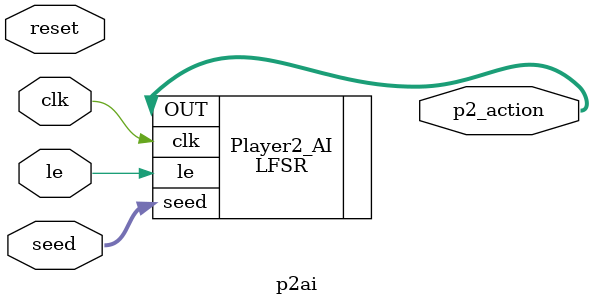
<source format=v>
module p2ai (
    input clk,
    input [W-1:0] seed,
    input reset,
	 input le,
    output [W-1:0] p2_action
);
    // in case we add inputs in the future, I am keeping this part parameterized
    // so for 3 inputs we need a 3bit LFSR
		parameter W = 3; 
//		reg le;

//		initial begin
//			le = 1'b1;
//		end
//	
//	always @(posedge clk or posedge reset) begin
//		if (reset) le<=1'b1;
//		else if (le) le <= 1'b0;
//	end
	
	 	LFSR #(W) Player2_AI (
			.clk(clk),
			.seed(seed),
			.le(le),
			.OUT(p2_action)
	);

endmodule

</source>
